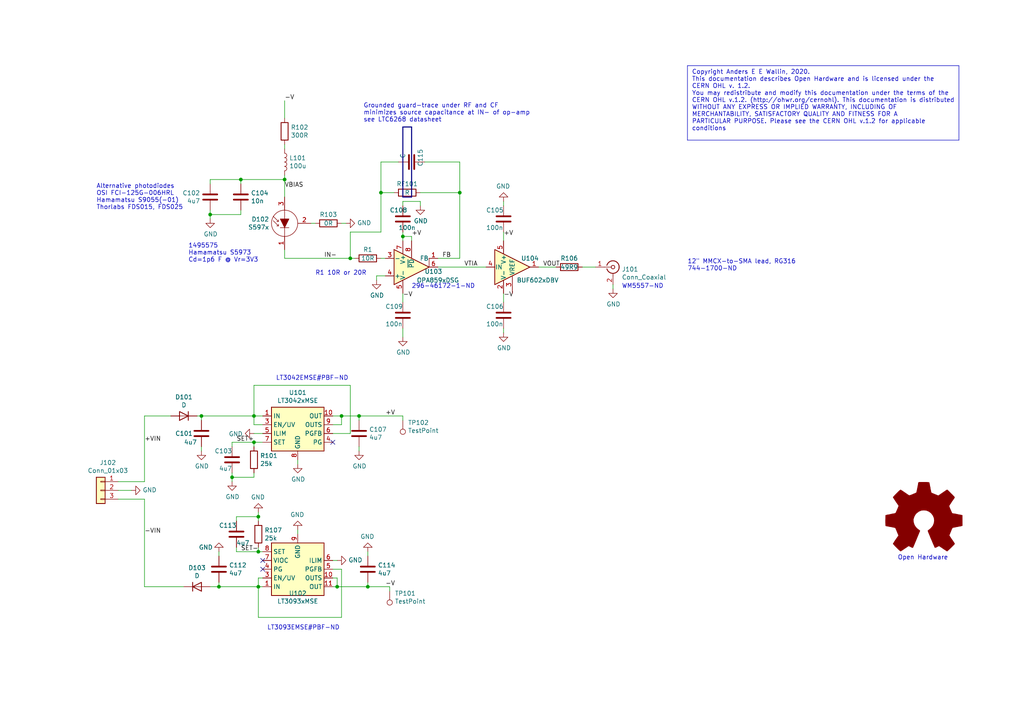
<source format=kicad_sch>
(kicad_sch (version 20230121) (generator eeschema)
  (paper "A4")
  (title_block (title "1\" Photodiode Transimpedance Amplifier - WSON8 + Buffer") (date "2020-05-12") (rev "draft") (company "anders.e.e.wallin \"at\" gmail.com"))
  (lib_symbols
    (symbol "Amplifier_Buffer:BUF602xDBV" (pin_names (offset 0.127))
      (property "Reference" "U" (at 6.35 2.54 0))
      (property "Value" "BUF602xDBV" (at 7.62 -2.54 0))
      (symbol "BUF602xDBV_0_1"
        (polyline (pts (xy 5.08 0) (xy -5.08 5.08) (xy -5.08 -5.08) (xy 5.08 0)) (stroke (width 0.254)) (fill (type background)))
      )
      (symbol "BUF602xDBV_1_1"
        (pin output line (at 7.62 0 180) (length 2.54) (name "~") (number "1"))
        (pin power_in line (at -2.54 -7.62 90) (length 3.81) (name "V-") (number "2"))
        (pin output line (at 0 -7.62 90) (length 5.08) (name "VREF") (number "3"))
        (pin input line (at -7.62 0 0) (length 2.54) (name "IN") (number "4"))
        (pin power_in line (at -2.54 7.62 270) (length 3.81) (name "V+") (number "5"))
      )
    )
    (symbol "Amplifier_Operational:OPA859xDSG" (pin_names (offset 0.127))
      (property "Reference" "U" (at 1.27 8.89 0))
      (property "Value" "OPA859xDSG" (at 1.27 6.35 0))
      (symbol "OPA859xDSG_0_0"
        (pin power_in line (at -2.54 7.62 270) (length 3.81) (name "V+") (number "7"))
        (pin input line (at 0 7.62 270) (length 5.08) (name "~{PD}") (number "8"))
        (pin passive line (at -2.54 -7.62 90) (length 3.81) hide (name "V-") (number "9"))
      )
      (symbol "OPA859xDSG_0_1"
        (polyline (pts (xy 5.08 0) (xy 5.08 2.54)) (stroke (width 0.1524)))
        (polyline (pts (xy -5.08 5.08) (xy 5.08 0) (xy -5.08 -5.08) (xy -5.08 5.08)) (stroke (width 0.254)) (fill (type background)))
        (pin no_connect line (at -5.08 -5.08 90) (length 3.81) hide (name "NC") (number "2"))
        (pin output line (at 7.62 0 180) (length 2.54) (name "~") (number "6"))
      )
      (symbol "OPA859xDSG_1_1"
        (pin output line (at 7.62 2.54 180) (length 2.54) (name "FB") (number "1"))
        (pin input line (at -7.62 2.54 0) (length 2.54) (name "-") (number "3"))
        (pin input line (at -7.62 -2.54 0) (length 2.54) (name "+") (number "4"))
        (pin power_in line (at -2.54 -7.62 90) (length 3.81) (name "V-") (number "5"))
      )
    )
    (symbol "Connector:Conn_Coaxial" (pin_names (offset 1.016) hide)
      (property "Reference" "J" (at 0.254 3.048 0))
      (property "Value" "Conn_Coaxial" (at 2.921 0 90))
      (symbol "Conn_Coaxial_0_1"
        (arc (start -1.778 -0.508) (mid 0.2311 -1.8066) (end 1.778 0) (stroke (width 0.254)))
        (polyline (pts (xy -2.54 0) (xy -0.508 0)))
        (polyline (pts (xy 0 -2.54) (xy 0 -1.778)))
        (circle (center 0 0) (radius 0.508) (stroke (width 0.2032)))
        (arc (start 1.778 0) (mid 0.2099 1.8101) (end -1.778 0.508) (stroke (width 0.254)))
      )
      (symbol "Conn_Coaxial_1_1"
        (pin passive line (at -5.08 0 0) (length 2.54) (name "In") (number "1"))
        (pin passive line (at 0 -5.08 90) (length 2.54) (name "Ext") (number "2"))
      )
    )
    (symbol "Connector:TestPoint" (pin_numbers hide) (pin_names (offset 0.762) hide)
      (property "Reference" "TP" (at 0 6.858 0))
      (property "Value" "TestPoint" (at 0 5.08 0))
      (symbol "TestPoint_0_1"
        (circle (center 0 3.302) (radius 0.762))
      )
      (symbol "TestPoint_1_1"
        (pin passive line (at 0 0 90) (length 2.54) (name "1") (number "1"))
      )
    )
    (symbol "Connector_Generic:Conn_01x03" (pin_names (offset 1.016) hide)
      (property "Reference" "J" (at 0 5.08 0))
      (property "Value" "Conn_01x03" (at 0 -5.08 0))
      (symbol "Conn_01x03_1_1"
        (rectangle (start -1.27 -2.413) (end 0 -2.667) (stroke (width 0.1524)))
        (rectangle (start -1.27 0.127) (end 0 -0.127) (stroke (width 0.1524)))
        (rectangle (start -1.27 2.667) (end 0 2.413) (stroke (width 0.1524)))
        (rectangle (start -1.27 3.81) (end 1.27 -3.81) (stroke (width 0.254)) (fill (type background)))
        (pin passive line (at -5.08 2.54 0) (length 3.81) (name "Pin_1") (number "1"))
        (pin passive line (at -5.08 0 0) (length 3.81) (name "Pin_2") (number "2"))
        (pin passive line (at -5.08 -2.54 0) (length 3.81) (name "Pin_3") (number "3"))
      )
    )
    (symbol "Device:C" (pin_numbers hide) (pin_names (offset 0.254))
      (property "Reference" "C" (at 0.635 2.54 0))
      (property "Value" "C" (at 0.635 -2.54 0))
      (symbol "C_0_1"
        (polyline (pts (xy -2.032 -0.762) (xy 2.032 -0.762)) (stroke (width 0.508)))
        (polyline (pts (xy -2.032 0.762) (xy 2.032 0.762)) (stroke (width 0.508)))
      )
      (symbol "C_1_1"
        (pin passive line (at 0 3.81 270) (length 2.794) (name "~") (number "1"))
        (pin passive line (at 0 -3.81 90) (length 2.794) (name "~") (number "2"))
      )
    )
    (symbol "Device:D" (pin_numbers hide) (pin_names (offset 1.016) hide)
      (property "Reference" "D" (at 0 2.54 0))
      (property "Value" "D" (at 0 -2.54 0))
      (symbol "D_0_1"
        (polyline (pts (xy -1.27 1.27) (xy -1.27 -1.27)) (stroke (width 0.254)))
        (polyline (pts (xy 1.27 0) (xy -1.27 0)))
        (polyline (pts (xy 1.27 1.27) (xy 1.27 -1.27) (xy -1.27 0) (xy 1.27 1.27)) (stroke (width 0.254)))
      )
      (symbol "D_1_1"
        (pin passive line (at -3.81 0 0) (length 2.54) (name "K") (number "1"))
        (pin passive line (at 3.81 0 180) (length 2.54) (name "A") (number "2"))
      )
    )
    (symbol "Device:L" (pin_numbers hide) (pin_names (offset 1.016) hide)
      (property "Reference" "L" (at -1.27 0 90))
      (property "Value" "L" (at 1.905 0 90))
      (symbol "L_0_1"
        (arc (start 0 -2.54) (mid 0.6323 -1.905) (end 0 -1.27))
        (arc (start 0 -1.27) (mid 0.6323 -0.635) (end 0 0))
        (arc (start 0 0) (mid 0.6323 0.635) (end 0 1.27))
        (arc (start 0 1.27) (mid 0.6323 1.905) (end 0 2.54))
      )
      (symbol "L_1_1"
        (pin passive line (at 0 3.81 270) (length 1.27) (name "1") (number "1"))
        (pin passive line (at 0 -3.81 90) (length 1.27) (name "2") (number "2"))
      )
    )
    (symbol "Device:R" (pin_numbers hide) (pin_names (offset 0))
      (property "Reference" "R" (at 2.032 0 90))
      (property "Value" "R" (at 0 0 90))
      (symbol "R_0_1"
        (rectangle (start -1.016 -2.54) (end 1.016 2.54) (stroke (width 0.254)))
      )
      (symbol "R_1_1"
        (pin passive line (at 0 3.81 270) (length 1.27) (name "~") (number "1"))
        (pin passive line (at 0 -3.81 90) (length 1.27) (name "~") (number "2"))
      )
    )
    (symbol "Graphic:Logo_Open_Hardware_Large" (in_bom no) (on_board no)
      (symbol "Logo_Open_Hardware_Large_1_1"
        (polyline (pts (xy 6.731 -8.7122) (xy 6.6294 -8.6614) (xy 6.35 -8.4836) (xy 5.9944 -8.255) (xy 5.5372 -7.9502) (xy 5.1054 -7.6454) (xy 4.7498 -7.4168) (xy 4.4958 -7.239) (xy 4.3942 -7.1882) (xy 4.318 -7.2136) (xy 4.1148 -7.3152) (xy 3.81 -7.4676) (xy 3.6322 -7.5692) (xy 3.3528 -7.6708) (xy 3.2258 -7.6962) (xy 3.2004 -7.6708) (xy 3.0988 -7.4676) (xy 2.9464 -7.0866) (xy 2.7178 -6.604) (xy 2.4892 -6.0452) (xy 2.2352 -5.4356) (xy 1.9558 -4.826) (xy 1.7272 -4.2164) (xy 1.4986 -3.683) (xy 1.3208 -3.2512) (xy 1.2192 -2.9464) (xy 1.1684 -2.8194) (xy 1.1938 -2.794) (xy 1.3208 -2.667) (xy 1.5748 -2.4892) (xy 2.0828 -2.0574) (xy 2.6162 -1.397) (xy 2.921 -0.6604) (xy 3.048 0.1524) (xy 2.9464 0.9144) (xy 2.6416 1.6256) (xy 2.1336 2.286) (xy 1.524 2.7686) (xy 0.8128 3.0734) (xy 0 3.175) (xy -0.762 3.0988) (xy -1.4986 2.794) (xy -2.159 2.286) (xy -2.4384 1.9812) (xy -2.8194 1.3208) (xy -3.048 0.6096) (xy -3.0734 0.4318) (xy -3.0226 -0.3556) (xy -2.794 -1.0922) (xy -2.3876 -1.7526) (xy -1.8288 -2.3114) (xy -1.7526 -2.3622) (xy -1.4732 -2.5654) (xy -1.2954 -2.6924) (xy -1.1684 -2.8194) (xy -2.159 -5.207) (xy -2.3114 -5.588) (xy -2.5908 -6.2484) (xy -2.8194 -6.8072) (xy -3.0226 -7.2644) (xy -3.1496 -7.5692) (xy -3.2258 -7.6708) (xy -3.2258 -7.6962) (xy -3.302 -7.6962) (xy -3.4798 -7.6454) (xy -3.8354 -7.4676) (xy -4.0386 -7.366) (xy -4.2926 -7.239) (xy -4.4196 -7.1882) (xy -4.5212 -7.239) (xy -4.7498 -7.3914) (xy -5.1054 -7.6454) (xy -5.5372 -7.9248) (xy -5.9436 -8.2042) (xy -6.3246 -8.4582) (xy -6.604 -8.636) (xy -6.731 -8.7122) (xy -6.7564 -8.7122) (xy -6.858 -8.636) (xy -7.0866 -8.4582) (xy -7.4168 -8.1534) (xy -7.874 -7.6962) (xy -7.9502 -7.62) (xy -8.3312 -7.239) (xy -8.636 -6.9088) (xy -8.8392 -6.6802) (xy -8.9154 -6.5786) (xy -8.9154 -6.5786) (xy -8.8392 -6.4516) (xy -8.6614 -6.1722) (xy -8.4328 -5.7912) (xy -8.128 -5.3594) (xy -7.3152 -4.191) (xy -7.7724 -3.0988) (xy -7.8994 -2.7686) (xy -8.0772 -2.3622) (xy -8.2042 -2.0828) (xy -8.255 -1.9558) (xy -8.382 -1.905) (xy -8.6614 -1.8542) (xy -9.0932 -1.7526) (xy -9.6266 -1.651) (xy -10.1092 -1.5748) (xy -10.541 -1.4732) (xy -10.8712 -1.4224) (xy -11.0236 -1.397) (xy -11.049 -1.3716) (xy -11.0744 -1.2954) (xy -11.0998 -1.143) (xy -11.0998 -0.889) (xy -11.1252 -0.4572) (xy -11.1252 0.1524) (xy -11.1252 0.2286) (xy -11.0998 0.8128) (xy -11.0998 1.27) (xy -11.0744 1.5494) (xy -11.0744 1.6764) (xy -11.0744 1.6764) (xy -10.922 1.7018) (xy -10.6172 1.778) (xy -10.16 1.8542) (xy -9.652 1.9558) (xy -9.6012 1.9812) (xy -9.0932 2.0828) (xy -8.636 2.159) (xy -8.3312 2.2352) (xy -8.2042 2.286) (xy -8.1788 2.3114) (xy -8.0772 2.5146) (xy -7.9248 2.8448) (xy -7.747 3.2512) (xy -7.5692 3.6576) (xy -7.4168 4.0386) (xy -7.3152 4.318) (xy -7.2898 4.445) (xy -7.2898 4.445) (xy -7.366 4.572) (xy -7.5438 4.826) (xy -7.7978 5.207) (xy -8.128 5.6642) (xy -8.128 5.6896) (xy -8.4328 6.1468) (xy -8.6868 6.5278) (xy -8.8392 6.7818) (xy -8.9154 6.9088) (xy -8.9154 6.9088) (xy -8.8138 7.0358) (xy -8.5852 7.2898) (xy -8.255 7.6454) (xy -7.874 8.0264) (xy -7.747 8.1534) (xy -7.3152 8.5852) (xy -7.0104 8.8646) (xy -6.8326 8.9916) (xy -6.731 9.0424) (xy -6.731 9.0424) (xy -6.604 8.9408) (xy -6.3246 8.763) (xy -5.9436 8.509) (xy -5.4864 8.2042) (xy -5.461 8.1788) (xy -5.0038 7.874) (xy -4.6482 7.62) (xy -4.3688 7.4422) (xy -4.2672 7.3914) (xy -4.2418 7.3914) (xy -4.064 7.4422) (xy -3.7338 7.5438) (xy -3.3528 7.6962) (xy -2.9464 7.874) (xy -2.5654 8.0264) (xy -2.286 8.1534) (xy -2.159 8.2296) (xy -2.159 8.2296) (xy -2.1082 8.382) (xy -2.032 8.7122) (xy -1.9304 9.1694) (xy -1.8288 9.7282) (xy -1.8034 9.8044) (xy -1.7018 10.3378) (xy -1.6256 10.7696) (xy -1.5748 11.0744) (xy -1.524 11.2014) (xy -1.4478 11.2268) (xy -1.1938 11.2522) (xy -0.8128 11.2522) (xy -0.3302 11.2522) (xy 0.1524 11.2522) (xy 0.6604 11.2522) (xy 1.0668 11.2268) (xy 1.3716 11.2014) (xy 1.4986 11.176) (xy 1.4986 11.176) (xy 1.5494 11.0236) (xy 1.6256 10.6934) (xy 1.7018 10.2108) (xy 1.8288 9.6774) (xy 1.8288 9.5758) (xy 1.9304 9.0424) (xy 2.032 8.6106) (xy 2.0828 8.3058) (xy 2.1336 8.2042) (xy 2.159 8.1788) (xy 2.3876 8.0772) (xy 2.7432 7.9248) (xy 3.175 7.747) (xy 4.191 7.3406) (xy 5.461 8.2042) (xy 5.5626 8.2804) (xy 6.0198 8.5852) (xy 6.3754 8.8392) (xy 6.6294 8.9916) (xy 6.7564 9.0424) (xy 6.7564 9.0424) (xy 6.8834 8.9408) (xy 7.1374 8.7122) (xy 7.4676 8.382) (xy 7.8486 7.9756) (xy 8.1534 7.6962) (xy 8.4836 7.3406) (xy 8.7122 7.112) (xy 8.8392 6.9596) (xy 8.8646 6.858) (xy 8.8646 6.8072) (xy 8.7884 6.6802) (xy 8.6106 6.4008) (xy 8.3312 6.0198) (xy 8.0264 5.588) (xy 7.7978 5.207) (xy 7.5184 4.8006) (xy 7.3406 4.4958) (xy 7.2898 4.3434) (xy 7.2898 4.2926) (xy 7.3914 4.0386) (xy 7.5184 3.683) (xy 7.7216 3.2258) (xy 8.1534 2.2352) (xy 8.7884 2.1082) (xy 9.1948 2.0574) (xy 9.7536 1.9304) (xy 10.2616 1.8288) (xy 11.0998 1.6764) (xy 11.1252 -1.3208) (xy 10.9982 -1.3716) (xy 10.8712 -1.397) (xy 10.5664 -1.4732) (xy 10.1346 -1.5494) (xy 9.6266 -1.651) (xy 9.1948 -1.7272) (xy 8.7376 -1.8288) (xy 8.4328 -1.8796) (xy 8.2804 -1.905) (xy 8.255 -1.9558) (xy 8.1534 -2.159) (xy 7.9756 -2.5146) (xy 7.8232 -2.921) (xy 7.6454 -3.3274) (xy 7.493 -3.7338) (xy 7.366 -4.0132) (xy 7.3406 -4.191) (xy 7.3914 -4.2926) (xy 7.5692 -4.5466) (xy 7.7978 -4.9276) (xy 8.1026 -5.3594) (xy 8.4074 -5.7912) (xy 8.6614 -6.1722) (xy 8.8138 -6.4262) (xy 8.89 -6.5532) (xy 8.8646 -6.6548) (xy 8.6868 -6.858) (xy 8.3566 -7.1882) (xy 7.874 -7.6708) (xy 7.7978 -7.747) (xy 7.3914 -8.128) (xy 7.0612 -8.4328) (xy 6.8326 -8.636) (xy 6.731 -8.7122)) (fill (type outline)))
      )
    )
    (symbol "Regulator_Linear:LT3042xMSE"
      (property "Reference" "U" (at -6.35 6.35 0))
      (property "Value" "LT3042xMSE" (at 1.27 6.35 0))
      (symbol "LT3042xMSE_0_1"
        (rectangle (start -7.62 5.08) (end 7.62 -7.62) (stroke (width 0.254)) (fill (type background)))
      )
      (symbol "LT3042xMSE_1_1"
        (pin power_in line (at -10.16 2.54 0) (length 2.54) (name "IN") (number "1"))
        (pin power_out line (at 10.16 2.54 180) (length 2.54) (name "OUT") (number "10"))
        (pin passive line (at 0 -10.16 90) (length 2.54) hide (name "GND") (number "11"))
        (pin passive line (at -10.16 2.54 0) (length 2.54) hide (name "IN") (number "2"))
        (pin input line (at -10.16 0 0) (length 2.54) (name "EN/UV") (number "3"))
        (pin open_collector line (at 10.16 -5.08 180) (length 2.54) (name "PG") (number "4"))
        (pin passive line (at -10.16 -2.54 0) (length 2.54) (name "ILIM") (number "5"))
        (pin input line (at 10.16 -2.54 180) (length 2.54) (name "PGFB") (number "6"))
        (pin passive line (at -10.16 -5.08 0) (length 2.54) (name "SET") (number "7"))
        (pin power_in line (at 0 -10.16 90) (length 2.54) (name "GND") (number "8"))
        (pin input line (at 10.16 0 180) (length 2.54) (name "OUTS") (number "9"))
      )
    )
    (symbol "Regulator_Linear:LT3093xMSE"
      (property "Reference" "U" (at -6.35 8.89 0))
      (property "Value" "LT3093xMSE" (at 1.27 8.89 0))
      (symbol "LT3093xMSE_0_0"
        (pin passive line (at 10.16 5.08 180) (length 2.54) hide (name "OUT") (number "12"))
        (pin passive line (at -10.16 5.08 0) (length 2.54) hide (name "IN") (number "13"))
      )
      (symbol "LT3093xMSE_0_1"
        (rectangle (start 7.62 7.62) (end -7.62 -7.62) (stroke (width 0.254)) (fill (type background)))
      )
      (symbol "LT3093xMSE_1_1"
        (pin power_in line (at -10.16 5.08 0) (length 2.54) (name "IN") (number "1"))
        (pin input line (at 10.16 2.54 180) (length 2.54) (name "OUTS") (number "10"))
        (pin power_out line (at 10.16 5.08 180) (length 2.54) (name "OUT") (number "11"))
        (pin passive line (at -10.16 5.08 0) (length 2.54) hide (name "IN") (number "2"))
        (pin input line (at -10.16 2.54 0) (length 2.54) (name "EN/UV") (number "3"))
        (pin open_collector line (at -10.16 0 0) (length 2.54) (name "PG") (number "4"))
        (pin input line (at 10.16 0 180) (length 2.54) (name "PGFB") (number "5"))
        (pin passive line (at 10.16 -2.54 180) (length 2.54) (name "ILIM") (number "6"))
        (pin passive line (at -10.16 -2.54 0) (length 2.54) (name "VIOC") (number "7"))
        (pin passive line (at -10.16 -5.08 0) (length 2.54) (name "SET") (number "8"))
        (pin power_in line (at 0 -10.16 90) (length 2.54) (name "GND") (number "9"))
      )
    )
    (symbol "Sensor_Optical:S5973" (pin_names (offset 0.254) hide)
      (property "Reference" "D" (at 2.54 -5.08 0))
      (property "Value" "S5973" (at 5.08 5.08 0))
      (symbol "S5973_0_0"
        (pin passive line (at 0 -7.62 90) (length 3.81) (name "C") (number "2"))
      )
      (symbol "S5973_0_1"
        (polyline (pts (xy -1.27 0) (xy -3.81 0)))
        (polyline (pts (xy -1.27 1.27) (xy -1.27 -1.27)) (stroke (width 0.1524)))
        (polyline (pts (xy -0.762 1.778) (xy -0.254 1.778)))
        (polyline (pts (xy 3.81 0) (xy 1.27 0)))
        (polyline (pts (xy 0.762 3.302) (xy -0.762 1.778) (xy -0.762 2.286)))
        (polyline (pts (xy -1.27 0) (xy 1.27 1.27) (xy 1.27 -1.27) (xy -1.27 0)) (fill (type outline)))
        (polyline (pts (xy 2.032 3.302) (xy 0.508 1.778) (xy 0.508 2.286) (xy 0.508 1.778) (xy 1.016 1.778)))
        (circle (center 0 0) (radius 3.81))
      )
      (symbol "S5973_1_1"
        (pin passive line (at -7.62 0 0) (length 3.81) (name "K") (number "1"))
        (pin passive line (at 7.62 0 180) (length 3.81) (name "A") (number "3"))
      )
    )
    (symbol "power:GND" (power) (pin_names (offset 0))
      (property "Value" "GND" (at 0 -3.81 0))
      (symbol "GND_0_1"
        (polyline (pts (xy 0 0) (xy 0 -1.27) (xy 1.27 -1.27) (xy 0 -2.54) (xy -1.27 -1.27) (xy 0 -1.27)))
      )
      (symbol "GND_1_1"
        (pin power_in line (at 0 0 270) (length 0) hide (name "GND") (number "1"))
      )
    )
  )
  (junction (at 58.42 120.65))
  (junction (at 99.06 120.65))
  (junction (at 74.93 160.02))
  (junction (at 69.85 52.07))
  (junction (at 73.66 128.27))
  (junction (at 101.6 74.93))
  (junction (at 82.55 52.07))
  (junction (at 60.96 62.23))
  (junction (at 74.93 149.86))
  (junction (at 106.68 170.18))
  (junction (at 110.49 55.88))
  (junction (at 74.93 170.18))
  (junction (at 67.31 138.43))
  (junction (at 116.84 68.58))
  (junction (at 133.35 55.88))
  (junction (at 97.79 170.18))
  (junction (at 104.14 120.65))
  (junction (at 73.66 120.65))
  (junction (at 63.5 170.18))
  (no_connect (at 76.2 162.56))
  (no_connect (at 96.52 128.27))
  (no_connect (at 76.2 165.1))
  (wire (pts (xy 86.36 154.94) (xy 86.36 153.67)))
  (wire (pts (xy 116.84 69.85) (xy 116.84 68.58)))
  (wire (pts (xy 104.14 120.65) (xy 116.84 120.65)))
  (bus (pts (xy 119.38 57.15) (xy 119.38 36.83)))
  (wire (pts (xy 101.6 74.93) (xy 101.6 67.31)))
  (wire (pts (xy 177.8 83.82) (xy 177.8 82.55)))
  (wire (pts (xy 106.68 170.18) (xy 113.03 170.18)))
  (wire (pts (xy 101.6 125.73) (xy 101.6 111.76)))
  (wire (pts (xy 69.85 62.23) (xy 60.96 62.23)))
  (wire (pts (xy 74.93 170.18) (xy 63.5 170.18)))
  (wire (pts (xy 99.06 123.19) (xy 99.06 120.65)))
  (wire (pts (xy 172.72 77.47) (xy 168.91 77.47)))
  (wire (pts (xy 67.31 139.7) (xy 67.31 138.43)))
  (wire (pts (xy 69.85 60.96) (xy 69.85 62.23)))
  (wire (pts (xy 146.05 67.31) (xy 146.05 69.85)))
  (wire (pts (xy 60.96 52.07) (xy 60.96 53.34)))
  (wire (pts (xy 73.66 120.65) (xy 58.42 120.65)))
  (wire (pts (xy 91.44 64.77) (xy 90.17 64.77)))
  (wire (pts (xy 104.14 130.81) (xy 104.14 129.54)))
  (wire (pts (xy 102.87 74.93) (xy 101.6 74.93)))
  (polyline (pts (xy 278.13 40.64) (xy 199.39 40.64)))
  (wire (pts (xy 73.66 137.16) (xy 73.66 138.43)))
  (wire (pts (xy 97.79 170.18) (xy 96.52 170.18)))
  (wire (pts (xy 96.52 123.19) (xy 99.06 123.19)))
  (wire (pts (xy 73.66 123.19) (xy 73.66 120.65)))
  (wire (pts (xy 82.55 57.15) (xy 82.55 52.07)))
  (wire (pts (xy 109.22 80.01) (xy 109.22 81.28)))
  (wire (pts (xy 73.66 129.54) (xy 73.66 128.27)))
  (wire (pts (xy 76.2 170.18) (xy 74.93 170.18)))
  (wire (pts (xy 116.84 68.58) (xy 116.84 67.31)))
  (wire (pts (xy 41.91 170.18) (xy 53.34 170.18)))
  (wire (pts (xy 110.49 46.99) (xy 110.49 55.88)))
  (wire (pts (xy 146.05 85.09) (xy 146.05 87.63)))
  (wire (pts (xy 73.66 111.76) (xy 73.66 120.65)))
  (wire (pts (xy 34.29 144.78) (xy 41.91 144.78)))
  (wire (pts (xy 99.06 120.65) (xy 104.14 120.65)))
  (wire (pts (xy 127 77.47) (xy 140.97 77.47)))
  (wire (pts (xy 111.76 74.93) (xy 110.49 74.93)))
  (wire (pts (xy 74.93 149.86) (xy 68.58 149.86)))
  (wire (pts (xy 111.76 80.01) (xy 109.22 80.01)))
  (wire (pts (xy 41.91 144.78) (xy 41.91 170.18)))
  (wire (pts (xy 74.93 167.64) (xy 74.93 170.18)))
  (bus (pts (xy 119.38 36.83) (xy 116.84 36.83)))
  (wire (pts (xy 116.84 121.92) (xy 116.84 120.65)))
  (wire (pts (xy 96.52 167.64) (xy 97.79 167.64)))
  (polyline (pts (xy 199.39 40.64) (xy 199.39 19.05)))
  (wire (pts (xy 133.35 74.93) (xy 133.35 55.88)))
  (wire (pts (xy 97.79 162.56) (xy 96.52 162.56)))
  (wire (pts (xy 115.57 46.99) (xy 110.49 46.99)))
  (wire (pts (xy 38.1 142.24) (xy 34.29 142.24)))
  (wire (pts (xy 69.85 52.07) (xy 69.85 53.34)))
  (wire (pts (xy 76.2 160.02) (xy 74.93 160.02)))
  (wire (pts (xy 41.91 120.65) (xy 41.91 139.7)))
  (wire (pts (xy 99.06 179.07) (xy 74.93 179.07)))
  (wire (pts (xy 49.53 120.65) (xy 41.91 120.65)))
  (wire (pts (xy 110.49 55.88) (xy 114.3 55.88)))
  (wire (pts (xy 63.5 170.18) (xy 60.96 170.18)))
  (wire (pts (xy 67.31 138.43) (xy 67.31 137.16)))
  (wire (pts (xy 121.92 58.42) (xy 116.84 58.42)))
  (wire (pts (xy 82.55 34.29) (xy 82.55 29.21)))
  (wire (pts (xy 76.2 120.65) (xy 73.66 120.65)))
  (wire (pts (xy 82.55 74.93) (xy 82.55 72.39)))
  (wire (pts (xy 74.93 148.59) (xy 74.93 149.86)))
  (wire (pts (xy 76.2 128.27) (xy 73.66 128.27)))
  (wire (pts (xy 63.5 161.29) (xy 63.5 160.02)))
  (wire (pts (xy 76.2 123.19) (xy 73.66 123.19)))
  (wire (pts (xy 96.52 125.73) (xy 101.6 125.73)))
  (wire (pts (xy 146.05 96.52) (xy 146.05 95.25)))
  (wire (pts (xy 60.96 62.23) (xy 60.96 63.5)))
  (bus (pts (xy 116.84 57.15) (xy 119.38 57.15)))
  (wire (pts (xy 146.05 59.69) (xy 146.05 58.42)))
  (wire (pts (xy 63.5 168.91) (xy 63.5 170.18)))
  (wire (pts (xy 113.03 170.18) (xy 113.03 171.45)))
  (wire (pts (xy 104.14 121.92) (xy 104.14 120.65)))
  (wire (pts (xy 127 74.93) (xy 133.35 74.93)))
  (wire (pts (xy 73.66 128.27) (xy 67.31 128.27)))
  (wire (pts (xy 60.96 60.96) (xy 60.96 62.23)))
  (wire (pts (xy 101.6 74.93) (xy 82.55 74.93)))
  (wire (pts (xy 82.55 50.8) (xy 82.55 52.07)))
  (wire (pts (xy 76.2 125.73) (xy 73.66 125.73)))
  (wire (pts (xy 67.31 128.27) (xy 67.31 129.54)))
  (wire (pts (xy 74.93 160.02) (xy 68.58 160.02)))
  (wire (pts (xy 58.42 120.65) (xy 58.42 121.92)))
  (wire (pts (xy 41.91 139.7) (xy 34.29 139.7)))
  (wire (pts (xy 123.19 46.99) (xy 133.35 46.99)))
  (wire (pts (xy 74.93 179.07) (xy 74.93 170.18)))
  (wire (pts (xy 106.68 168.91) (xy 106.68 170.18)))
  (wire (pts (xy 82.55 52.07) (xy 69.85 52.07)))
  (wire (pts (xy 58.42 130.81) (xy 58.42 129.54)))
  (wire (pts (xy 119.38 69.85) (xy 119.38 68.58)))
  (wire (pts (xy 106.68 161.29) (xy 106.68 160.02)))
  (wire (pts (xy 69.85 52.07) (xy 60.96 52.07)))
  (wire (pts (xy 116.84 68.58) (xy 119.38 68.58)))
  (polyline (pts (xy 278.13 19.05) (xy 278.13 40.64)))
  (wire (pts (xy 133.35 46.99) (xy 133.35 55.88)))
  (wire (pts (xy 96.52 165.1) (xy 99.06 165.1)))
  (wire (pts (xy 99.06 165.1) (xy 99.06 179.07)))
  (polyline (pts (xy 199.39 19.05) (xy 278.13 19.05)))
  (wire (pts (xy 110.49 67.31) (xy 110.49 55.88)))
  (wire (pts (xy 68.58 149.86) (xy 68.58 151.13)))
  (bus (pts (xy 116.84 36.83) (xy 116.84 57.15)))
  (wire (pts (xy 116.84 95.25) (xy 116.84 97.79)))
  (wire (pts (xy 121.92 59.69) (xy 121.92 58.42)))
  (wire (pts (xy 86.36 134.62) (xy 86.36 133.35)))
  (wire (pts (xy 100.33 64.77) (xy 99.06 64.77)))
  (wire (pts (xy 121.92 55.88) (xy 133.35 55.88)))
  (wire (pts (xy 101.6 67.31) (xy 110.49 67.31)))
  (wire (pts (xy 82.55 43.18) (xy 82.55 41.91)))
  (wire (pts (xy 116.84 85.09) (xy 116.84 87.63)))
  (wire (pts (xy 161.29 77.47) (xy 156.21 77.47)))
  (wire (pts (xy 101.6 111.76) (xy 73.66 111.76)))
  (wire (pts (xy 96.52 120.65) (xy 99.06 120.65)))
  (wire (pts (xy 106.68 170.18) (xy 97.79 170.18)))
  (wire (pts (xy 74.93 160.02) (xy 74.93 158.75)))
  (wire (pts (xy 76.2 167.64) (xy 74.93 167.64)))
  (wire (pts (xy 68.58 160.02) (xy 68.58 158.75)))
  (wire (pts (xy 73.66 138.43) (xy 67.31 138.43)))
  (wire (pts (xy 116.84 58.42) (xy 116.84 59.69)))
  (wire (pts (xy 97.79 167.64) (xy 97.79 170.18)))
  (wire (pts (xy 74.93 149.86) (xy 74.93 151.13)))
  (wire (pts (xy 57.15 120.65) (xy 58.42 120.65)))
  (text "12\" MMCX-to-SMA lead, RG316\n744-1700-ND" (at 199.39 78.74 0) (effects (font (size 1.27 1.27)) (justify left bottom)))
  (text "R1 10R or 20R" (at 91.44 80.01 0) (effects (font (size 1.27 1.27)) (justify left bottom)))
  (text "Grounded guard-trace under RF and CF\nminimizes source capacitance at IN- of op-amp\nsee LTC6268 datasheet" (at 105.41 35.56 0) (effects (font (size 1.27 1.27)) (justify left bottom)))
  (text "LT3093EMSE#PBF-ND" (at 77.47 182.88 0) (effects (font (size 1.27 1.27)) (justify left bottom)))
  (text "Alternative photodiodes\nOSI FCI-125G-006HRL\nHamamatsu S9055(-01)\nThorlabs FDS015, FDS025" (at 27.94 60.96 0) (effects (font (size 1.27 1.27)) (justify left bottom)))
  (text "LT3042EMSE#PBF-ND" (at 80.01 110.49 0) (effects (font (size 1.27 1.27)) (justify left bottom)))
  (text "Open Hardware" (at 260.35 162.56 0) (effects (font (size 1.27 1.27)) (justify left bottom)))
  (text "Copyright Anders E E Wallin, 2020.\nThis documentation describes Open Hardware and is licensed under the\nCERN OHL v. 1.2.\nYou may redistribute and modify this documentation under the terms of the\nCERN OHL v.1.2. (http://ohwr.org/cernohl). This documentation is distributed\nWITHOUT ANY EXPRESS OR IMPLIED WARRANTY, INCLUDING OF\nMERCHANTABILITY, SATISFACTORY QUALITY AND FITNESS FOR A\nPARTICULAR PURPOSE. Please see the CERN OHL v.1.2 for applicable\nconditions\n" (at 200.66 38.1 0) (effects (font (size 1.27 1.27)) (justify left bottom)))
  (text "1495575\nHamamatsu S5973\nCd=1p6 F @ Vr=3V3" (at 54.61 76.2 0) (effects (font (size 1.27 1.27)) (justify left bottom)))
  (text "WM5557-ND" (at 180.34 83.82 0) (effects (font (size 1.27 1.27)) (justify left bottom)))
  (text "296-46172-1-ND" (at 119.38 83.82 0) (effects (font (size 1.27 1.27)) (justify left bottom)))
  (label "SET-" (at 69.85 160.02 0))
  (label "IN-" (at 93.98 74.93 0))
  (label "FB" (at 128.27 74.93 0))
  (label "+VIN" (at 41.91 128.27 0))
  (label "-V" (at 82.55 29.21 0))
  (label "-VIN" (at 41.91 154.94 0))
  (label "VOUT" (at 157.48 77.47 0))
  (label "-V" (at 146.05 86.36 0))
  (label "+V" (at 119.38 68.58 0))
  (label "SET+" (at 68.58 128.27 0))
  (label "-V" (at 116.84 86.36 0))
  (label "VBIAS" (at 82.55 54.61 0))
  (label "+V" (at 111.76 120.65 0))
  (label "+V" (at 146.05 68.58 0))
  (label "VTIA" (at 134.62 77.47 0))
  (label "-V" (at 111.76 170.18 0))
  (symbol (lib_id "Regulator_Linear:LT3042xMSE") (at 86.36 123.19 0) (unit 1)
    (property "Reference" "U101" (at 86.36 113.8682 0))
    (property "Value" "LT3042xMSE" (at 86.36 116.1796 0))
    (property "Footprint" "Package_SO:MSOP-10-1EP_3x3mm_P0.5mm_EP1.68x1.88mm" (effects hide))
    (property "Datasheet" "https://www.analog.com/media/en/technical-documentation/data-sheets/3042fb.pdf" (effects hide))
  )
  (symbol (lib_id "Regulator_Linear:LT3093xMSE") (at 86.36 165.1 0) (mirror x) (unit 1)
    (property "Reference" "U102" (at 86.36 172.085 0))
    (property "Value" "LT3093xMSE" (at 86.36 174.3964 0))
    (property "Footprint" "Package_SO:MSOP-12-1EP_3x4mm_P0.65mm_EP1.65x2.85mm" (effects hide))
  )
  (symbol (lib_id "power:GND") (at 86.36 134.62 0) (unit 1)
    (property "Reference" "#PWR0107" (effects hide))
    (property "Value" "GND" (at 86.487 139.0142 0))
  )
  (symbol (lib_id "power:GND") (at 73.66 125.73 270) (unit 1)
    (property "Reference" "#PWR0108" (effects hide))
    (property "Value" "GND" (at 70.4088 125.857 90) (effects (justify right)))
  )
  (symbol (lib_id "Device:C") (at 58.42 125.73 0) (unit 1)
    (property "Reference" "C101" (at 50.8 125.73 0) (effects (justify left)))
    (property "Value" "4u7" (at 53.34 128.27 0) (effects (justify left)))
    (property "Footprint" "Capacitor_SMD:C_0603_1608Metric" (effects hide))
  )
  (symbol (lib_id "power:GND") (at 58.42 130.81 0) (unit 1)
    (property "Reference" "#PWR0109" (effects hide))
    (property "Value" "GND" (at 58.547 135.2042 0))
  )
  (symbol (lib_id "Device:D") (at 53.34 120.65 180) (unit 1)
    (property "Reference" "D101" (at 53.34 115.1636 0))
    (property "Value" "D" (at 53.34 117.475 0))
    (property "Footprint" "Diode_SMD:D_SOD-323F" (effects hide))
  )
  (symbol (lib_id "Device:R") (at 73.66 133.35 0) (unit 1)
    (property "Reference" "R101" (at 75.438 132.1816 0) (effects (justify left)))
    (property "Value" "25k" (at 75.438 134.493 0) (effects (justify left)))
    (property "Footprint" "Resistor_SMD:R_0603_1608Metric" (effects hide))
  )
  (symbol (lib_id "Device:C") (at 67.31 133.35 0) (unit 1)
    (property "Reference" "C103" (at 62.23 130.81 0) (effects (justify left)))
    (property "Value" "4u7" (at 63.5 135.89 0) (effects (justify left)))
    (property "Footprint" "Capacitor_SMD:C_0603_1608Metric" (effects hide))
  )
  (symbol (lib_id "power:GND") (at 67.31 139.7 0) (unit 1)
    (property "Reference" "#PWR0110" (effects hide))
    (property "Value" "GND" (at 67.437 144.0942 0))
  )
  (symbol (lib_id "Device:C") (at 104.14 125.73 0) (unit 1)
    (property "Reference" "C107" (at 107.061 124.5616 0) (effects (justify left)))
    (property "Value" "4u7" (at 107.061 126.873 0) (effects (justify left)))
    (property "Footprint" "Capacitor_SMD:C_0603_1608Metric" (effects hide))
  )
  (symbol (lib_id "power:GND") (at 104.14 130.81 0) (unit 1)
    (property "Reference" "#PWR0111" (effects hide))
    (property "Value" "GND" (at 104.267 135.2042 0))
  )
  (symbol (lib_id "Device:R") (at 74.93 154.94 0) (unit 1)
    (property "Reference" "R107" (at 76.708 153.7716 0) (effects (justify left)))
    (property "Value" "25k" (at 76.708 156.083 0) (effects (justify left)))
    (property "Footprint" "Resistor_SMD:R_0603_1608Metric" (effects hide))
  )
  (symbol (lib_id "Device:C") (at 68.58 154.94 0) (unit 1)
    (property "Reference" "C113" (at 63.5 152.4 0) (effects (justify left)))
    (property "Value" "4u7" (at 68.58 157.48 0) (effects (justify left)))
    (property "Footprint" "Capacitor_SMD:C_0603_1608Metric" (effects hide))
  )
  (symbol (lib_id "Device:C") (at 63.5 165.1 0) (unit 1)
    (property "Reference" "C112" (at 66.421 163.9316 0) (effects (justify left)))
    (property "Value" "4u7" (at 66.421 166.243 0) (effects (justify left)))
    (property "Footprint" "Capacitor_SMD:C_0603_1608Metric" (effects hide))
  )
  (symbol (lib_id "Device:D") (at 57.15 170.18 0) (mirror x) (unit 1)
    (property "Reference" "D103" (at 57.15 164.6936 0))
    (property "Value" "D" (at 57.15 167.005 0))
    (property "Footprint" "Diode_SMD:D_SOD-323F" (effects hide))
  )
  (symbol (lib_id "power:GND") (at 63.5 160.02 180) (unit 1)
    (property "Reference" "#PWR0112" (effects hide))
    (property "Value" "GND" (at 59.69 158.75 0))
  )
  (symbol (lib_id "power:GND") (at 74.93 148.59 180) (unit 1)
    (property "Reference" "#PWR0113" (effects hide))
    (property "Value" "GND" (at 74.803 144.1958 0))
  )
  (symbol (lib_id "power:GND") (at 86.36 153.67 180) (unit 1)
    (property "Reference" "#PWR0114" (effects hide))
    (property "Value" "GND" (at 86.233 149.2758 0))
  )
  (symbol (lib_id "power:GND") (at 97.79 162.56 90) (unit 1)
    (property "Reference" "#PWR0115" (effects hide))
    (property "Value" "GND" (at 101.0412 162.433 90) (effects (justify right)))
  )
  (symbol (lib_id "Device:C") (at 106.68 165.1 0) (unit 1)
    (property "Reference" "C114" (at 109.601 163.9316 0) (effects (justify left)))
    (property "Value" "4u7" (at 109.601 166.243 0) (effects (justify left)))
    (property "Footprint" "Capacitor_SMD:C_0603_1608Metric" (effects hide))
  )
  (symbol (lib_id "power:GND") (at 106.68 160.02 180) (unit 1)
    (property "Reference" "#PWR0116" (effects hide))
    (property "Value" "GND" (at 106.553 155.6258 0))
  )
  (symbol (lib_id "Connector_Generic:Conn_01x03") (at 29.21 142.24 0) (mirror y) (unit 1)
    (property "Reference" "J102" (at 31.2928 134.1882 0))
    (property "Value" "Conn_01x03" (at 31.2928 136.4996 0))
    (property "Footprint" "Connector_PinHeader_2.54mm:PinHeader_1x03_P2.54mm_Vertical" (effects hide))
  )
  (symbol (lib_id "power:GND") (at 38.1 142.24 90) (unit 1)
    (property "Reference" "#PWR0117" (effects hide))
    (property "Value" "GND" (at 41.3512 142.113 90) (effects (justify right)))
  )
  (symbol (lib_id "Sensor_Optical:S5973") (at 82.55 64.77 90) (unit 1)
    (property "Reference" "D102" (at 78.0542 63.6016 90) (effects (justify left)))
    (property "Value" "S597x" (at 78.0542 65.913 90) (effects (justify left)))
    (property "Footprint" "Package_TO_SOT_THT:TO-18-3" (effects hide))
    (property "Datasheet" "http://www.osram-os.com/Graphics/XPic5/00215016_0.pdf/BP%20104%20FS.pdf" (effects hide))
  )
  (symbol (lib_id "Device:R") (at 95.25 64.77 270) (unit 1)
    (property "Reference" "R103" (at 95.25 62.23 90))
    (property "Value" "0R" (at 95.25 64.77 90))
    (property "Footprint" "Resistor_SMD:R_0603_1608Metric" (effects hide))
  )
  (symbol (lib_id "power:GND") (at 100.33 64.77 90) (unit 1)
    (property "Reference" "#PWR0101" (effects hide))
    (property "Value" "GND" (at 103.5812 64.643 90) (effects (justify right)))
  )
  (symbol (lib_id "Device:R") (at 118.11 55.88 270) (unit 1)
    (property "Reference" "RF101" (at 118.11 53.34 90))
    (property "Value" "R" (at 118.11 55.88 90))
    (property "Footprint" "Resistor_SMD:R_0603_1608Metric" (effects hide))
  )
  (symbol (lib_id "Device:R") (at 165.1 77.47 270) (unit 1)
    (property "Reference" "R106" (at 165.1 74.93 90))
    (property "Value" "49R9" (at 165.1 77.47 90))
    (property "Footprint" "Resistor_SMD:R_0603_1608Metric" (effects hide))
  )
  (symbol (lib_id "Connector:Conn_Coaxial") (at 177.8 77.47 0) (unit 1)
    (property "Reference" "J101" (at 180.34 78.105 0) (effects (justify left)))
    (property "Value" "Conn_Coaxial" (at 180.34 80.4164 0) (effects (justify left)))
    (property "Footprint" "Connector_Coaxial:MMCX_Molex_73415-1471_Vertical" (effects hide))
    (property "Datasheet" " ~" (effects hide))
  )
  (symbol (lib_id "power:GND") (at 177.8 83.82 0) (unit 1)
    (property "Reference" "#PWR0102" (effects hide))
    (property "Value" "GND" (at 177.927 88.2142 0))
  )
  (symbol (lib_id "power:GND") (at 109.22 81.28 0) (unit 1)
    (property "Reference" "#PWR0103" (effects hide))
    (property "Value" "GND" (at 109.347 85.6742 0))
  )
  (symbol (lib_id "Device:C") (at 116.84 91.44 0) (unit 1)
    (property "Reference" "C109" (at 111.76 88.9 0) (effects (justify left)))
    (property "Value" "100n" (at 111.76 93.98 0) (effects (justify left)))
    (property "Footprint" "Capacitor_SMD:C_0603_1608Metric" (effects hide))
  )
  (symbol (lib_id "Device:C") (at 116.84 63.5 0) (unit 1)
    (property "Reference" "C108" (at 113.03 60.96 0) (effects (justify left)))
    (property "Value" "100n" (at 115.57 66.04 0) (effects (justify left)))
    (property "Footprint" "Capacitor_SMD:C_0603_1608Metric" (effects hide))
  )
  (symbol (lib_id "power:GND") (at 116.84 97.79 0) (unit 1)
    (property "Reference" "#PWR0104" (effects hide))
    (property "Value" "GND" (at 116.967 102.1842 0))
  )
  (symbol (lib_id "power:GND") (at 121.92 59.69 0) (unit 1)
    (property "Reference" "#PWR0105" (effects hide))
    (property "Value" "GND" (at 122.047 64.0842 0))
  )
  (symbol (lib_id "Device:C") (at 69.85 57.15 0) (unit 1)
    (property "Reference" "C104" (at 72.771 55.9816 0) (effects (justify left)))
    (property "Value" "10n" (at 72.771 58.293 0) (effects (justify left)))
    (property "Footprint" "Capacitor_SMD:C_0603_1608Metric" (effects hide))
  )
  (symbol (lib_id "Device:C") (at 60.96 57.15 0) (mirror y) (unit 1)
    (property "Reference" "C102" (at 58.039 55.9816 0) (effects (justify left)))
    (property "Value" "4u7" (at 58.039 58.293 0) (effects (justify left)))
    (property "Footprint" "Capacitor_SMD:C_0603_1608Metric" (effects hide))
  )
  (symbol (lib_id "power:GND") (at 60.96 63.5 0) (unit 1)
    (property "Reference" "#PWR0106" (effects hide))
    (property "Value" "GND" (at 61.087 67.8942 0))
  )
  (symbol (lib_id "Device:L") (at 82.55 46.99 0) (unit 1)
    (property "Reference" "L101" (at 83.8962 45.8216 0) (effects (justify left)))
    (property "Value" "100u" (at 83.8962 48.133 0) (effects (justify left)))
    (property "Footprint" "Inductor_SMD:L_0805_2012Metric" (effects hide))
  )
  (symbol (lib_id "Device:R") (at 82.55 38.1 0) (unit 1)
    (property "Reference" "R102" (at 84.328 36.9316 0) (effects (justify left)))
    (property "Value" "300R" (at 84.328 39.243 0) (effects (justify left)))
    (property "Footprint" "Resistor_SMD:R_0603_1608Metric" (effects hide))
  )
  (symbol (lib_id "Graphic:Logo_Open_Hardware_Large") (at 267.97 151.13 0) (unit 1)
    (property "Reference" "#LOGO101" (effects hide))
    (property "Value" "Logo_Open_Hardware_Large" (effects hide))
  )
  (symbol (lib_id "Connector:TestPoint") (at 116.84 121.92 180) (unit 1)
    (property "Reference" "TP102" (at 118.3132 122.5804 0) (effects (justify right)))
    (property "Value" "TestPoint" (at 118.3132 124.8918 0) (effects (justify right)))
    (property "Footprint" "TestPoint:TestPoint_THTPad_D1.0mm_Drill0.5mm" (effects hide))
  )
  (symbol (lib_id "Connector:TestPoint") (at 113.03 171.45 180) (unit 1)
    (property "Reference" "TP101" (at 114.5032 172.1104 0) (effects (justify right)))
    (property "Value" "TestPoint" (at 114.5032 174.4218 0) (effects (justify right)))
    (property "Footprint" "TestPoint:TestPoint_THTPad_D1.0mm_Drill0.5mm" (effects hide))
  )
  (symbol (lib_id "Device:C") (at 119.38 46.99 270) (unit 1)
    (property "Reference" "C115" (at 121.92 43.18 0) (effects (justify left)))
    (property "Value" "C" (at 116.84 44.45 0) (effects (justify left)))
    (property "Footprint" "Capacitor_SMD:C_0603_1608Metric" (effects hide))
  )
  (symbol (lib_id "Device:R") (at 106.68 74.93 270) (unit 1)
    (property "Reference" "R1" (at 106.68 72.39 90))
    (property "Value" "10R" (at 106.68 74.93 90))
    (property "Footprint" "Resistor_SMD:R_0603_1608Metric" (effects hide))
  )
  (symbol (lib_id "Amplifier_Operational:OPA859xDSG") (at 119.38 77.47 0) (unit 1)
    (property "Reference" "U103" (at 125.73 78.74 0))
    (property "Value" "OPA859xDSG" (at 127 81.28 0))
    (property "Footprint" "Package_SON:WSON-8-1EP_2x2mm_P0.5mm_EP0.9x1.6mm" (effects hide))
    (property "Datasheet" "http://www.ti.com/lit/ds/symlink/opa859.pdf" (effects hide))
  )
  (symbol (lib_id "Amplifier_Buffer:BUF602xDBV") (at 148.59 77.47 0) (unit 1)
    (property "Reference" "U104" (at 151.13 74.93 0) (effects (justify left)))
    (property "Value" "BUF602xDBV" (at 149.86 81.28 0) (effects (justify left)))
    (property "Footprint" "Package_TO_SOT_SMD:SOT-23-5" (effects hide))
    (property "Datasheet" "http://www.ti.com/lit/ds/symlink/buf602.pdf" (effects hide))
  )
  (symbol (lib_id "Device:C") (at 146.05 91.44 0) (unit 1)
    (property "Reference" "C106" (at 140.97 88.9 0) (effects (justify left)))
    (property "Value" "100n" (at 140.97 93.98 0) (effects (justify left)))
    (property "Footprint" "Capacitor_SMD:C_0603_1608Metric" (effects hide))
  )
  (symbol (lib_id "power:GND") (at 146.05 96.52 0) (unit 1)
    (property "Reference" "#PWR0118" (effects hide))
    (property "Value" "GND" (at 146.177 100.9142 0))
  )
  (symbol (lib_id "Device:C") (at 146.05 63.5 0) (unit 1)
    (property "Reference" "C105" (at 140.97 60.96 0) (effects (justify left)))
    (property "Value" "100n" (at 140.97 66.04 0) (effects (justify left)))
    (property "Footprint" "Capacitor_SMD:C_0603_1608Metric" (effects hide))
  )
  (symbol (lib_id "power:GND") (at 146.05 58.42 180) (unit 1)
    (property "Reference" "#PWR0119" (effects hide))
    (property "Value" "GND" (at 145.923 54.0258 0))
  )
)
</source>
